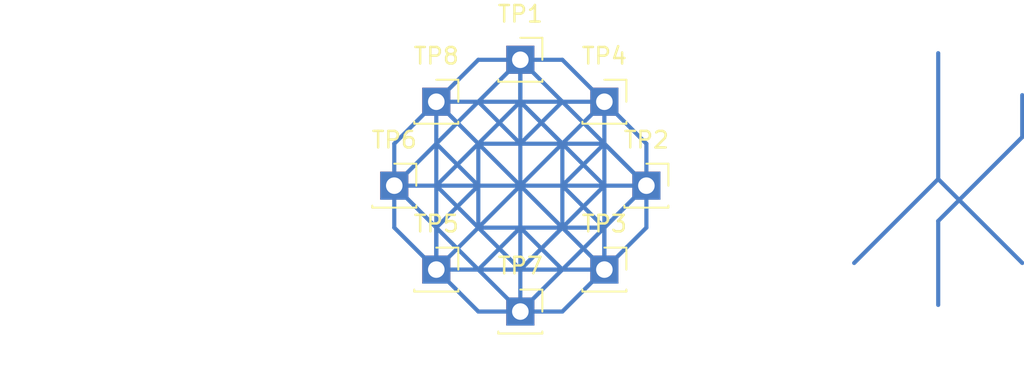
<source format=kicad_pcb>
(kicad_pcb (version 20211014) (generator pcbnew)
  (layers (0 "F.Cu" signal) (31 "B.Cu" signal) (34 "B.Paste" user) (35 "F.Paste" user) (36 "B.SilkS" user "B.Silkscreen") (37 "F.SilkS" user "F.Silkscreen") (38 "B.Mask" user) (39 "F.Mask" user) (44 "Edge.Cuts" user))
  (net 0 "")
  (net 1 "Net-(TP1-Pad1)")
  (footprint "Connector_PinSocket_2.54mm:PinSocket_1x01_P2.54mm_Vertical" (layer "F.Cu") (at 137.16 99.06)
    (fp_text reference "TP7" (at 0 -2.77) (layer "F.SilkS"))
    (fp_text value "TestPoint_Small")
    (fp_line (start 1.33 1.21) (end 1.33 1.33) (layer "F.SilkS") (width 0.12))
    (fp_line (start -1.33 1.21) (end -1.33 1.33) (layer "F.SilkS") (width 0.12))
    (fp_line (start -1.33 1.33) (end 1.33 1.33) (layer "F.SilkS") (width 0.12))
    (fp_line (start 0 -1.33) (end 1.33 -1.33) (layer "F.SilkS") (width 0.12))
    (fp_line (start 1.33 -1.33) (end 1.33 0) (layer "F.SilkS") (width 0.12))
    (pad "1" thru_hole rect (at 0 0) (size 1.7 1.7) (drill 1) (layers *.Cu *.Mask) (net 1 "Net-(TP1-Pad1)"))
  )
  (footprint "Connector_PinSocket_2.54mm:PinSocket_1x01_P2.54mm_Vertical" (layer "F.Cu") (at 132.08 96.52)
    (fp_text reference "TP5" (at 0 -2.77) (layer "F.SilkS"))
    (fp_text value "TestPoint_Small")
    (fp_line (start 0 -1.33) (end 1.33 -1.33) (layer "F.SilkS") (width 0.12))
    (fp_line (start -1.33 1.21) (end -1.33 1.33) (layer "F.SilkS") (width 0.12))
    (fp_line (start 1.33 1.21) (end 1.33 1.33) (layer "F.SilkS") (width 0.12))
    (fp_line (start -1.33 1.33) (end 1.33 1.33) (layer "F.SilkS") (width 0.12))
    (fp_line (start 1.33 -1.33) (end 1.33 0) (layer "F.SilkS") (width 0.12))
    (pad "1" thru_hole rect (at 0 0) (size 1.7 1.7) (drill 1) (layers *.Cu *.Mask) (net 1 "Net-(TP1-Pad1)"))
  )
  (footprint "Connector_PinSocket_2.54mm:PinSocket_1x01_P2.54mm_Vertical" (layer "F.Cu") (at 142.24 96.52)
    (fp_text reference "TP3" (at 0 -2.77) (layer "F.SilkS"))
    (fp_text value "TestPoint_Small")
    (fp_line (start 0 -1.33) (end 1.33 -1.33) (layer "F.SilkS") (width 0.12))
    (fp_line (start 1.33 -1.33) (end 1.33 0) (layer "F.SilkS") (width 0.12))
    (fp_line (start 1.33 1.21) (end 1.33 1.33) (layer "F.SilkS") (width 0.12))
    (fp_line (start -1.33 1.33) (end 1.33 1.33) (layer "F.SilkS") (width 0.12))
    (fp_line (start -1.33 1.21) (end -1.33 1.33) (layer "F.SilkS") (width 0.12))
    (pad "1" thru_hole rect (at 0 0) (size 1.7 1.7) (drill 1) (layers *.Cu *.Mask) (net 1 "Net-(TP1-Pad1)"))
  )
  (footprint "Connector_PinSocket_2.54mm:PinSocket_1x01_P2.54mm_Vertical" (layer "F.Cu") (at 142.24 86.36)
    (fp_text reference "TP4" (at 0 -2.77) (layer "F.SilkS"))
    (fp_text value "TestPoint_Small")
    (fp_line (start -1.33 1.21) (end -1.33 1.33) (layer "F.SilkS") (width 0.12))
    (fp_line (start 0 -1.33) (end 1.33 -1.33) (layer "F.SilkS") (width 0.12))
    (fp_line (start 1.33 -1.33) (end 1.33 0) (layer "F.SilkS") (width 0.12))
    (fp_line (start -1.33 1.33) (end 1.33 1.33) (layer "F.SilkS") (width 0.12))
    (fp_line (start 1.33 1.21) (end 1.33 1.33) (layer "F.SilkS") (width 0.12))
    (pad "1" thru_hole rect (at 0 0) (size 1.7 1.7) (drill 1) (layers *.Cu *.Mask) (net 1 "Net-(TP1-Pad1)"))
  )
  (footprint "Connector_PinSocket_2.54mm:PinSocket_1x01_P2.54mm_Vertical" (layer "F.Cu") (at 137.16 83.82)
    (fp_text reference "TP1" (at 0 -2.77) (layer "F.SilkS"))
    (fp_text value "TestPoint_Small")
    (fp_line (start 0 -1.33) (end 1.33 -1.33) (layer "F.SilkS") (width 0.12))
    (fp_line (start -1.33 1.33) (end 1.33 1.33) (layer "F.SilkS") (width 0.12))
    (fp_line (start -1.33 1.21) (end -1.33 1.33) (layer "F.SilkS") (width 0.12))
    (fp_line (start 1.33 -1.33) (end 1.33 0) (layer "F.SilkS") (width 0.12))
    (fp_line (start 1.33 1.21) (end 1.33 1.33) (layer "F.SilkS") (width 0.12))
    (pad "1" thru_hole rect (at 0 0) (size 1.7 1.7) (drill 1) (layers *.Cu *.Mask) (net 1 "Net-(TP1-Pad1)"))
  )
  (footprint "Connector_PinSocket_2.54mm:PinSocket_1x01_P2.54mm_Vertical" (layer "F.Cu") (at 132.08 86.36)
    (fp_text reference "TP8" (at 0 -2.77) (layer "F.SilkS"))
    (fp_text value "TestPoint_Small")
    (fp_line (start -1.33 1.33) (end 1.33 1.33) (layer "F.SilkS") (width 0.12))
    (fp_line (start -1.33 1.21) (end -1.33 1.33) (layer "F.SilkS") (width 0.12))
    (fp_line (start 0 -1.33) (end 1.33 -1.33) (layer "F.SilkS") (width 0.12))
    (fp_line (start 1.33 1.21) (end 1.33 1.33) (layer "F.SilkS") (width 0.12))
    (fp_line (start 1.33 -1.33) (end 1.33 0) (layer "F.SilkS") (width 0.12))
    (pad "1" thru_hole rect (at 0 0) (size 1.7 1.7) (drill 1) (layers *.Cu *.Mask) (net 1 "Net-(TP1-Pad1)"))
  )
  (footprint "Connector_PinSocket_2.54mm:PinSocket_1x01_P2.54mm_Vertical" (layer "F.Cu") (at 144.78 91.44)
    (fp_text reference "TP2" (at 0 -2.77) (layer "F.SilkS"))
    (fp_text value "TestPoint_Small")
    (fp_line (start -1.33 1.33) (end 1.33 1.33) (layer "F.SilkS") (width 0.12))
    (fp_line (start 0 -1.33) (end 1.33 -1.33) (layer "F.SilkS") (width 0.12))
    (fp_line (start 1.33 1.21) (end 1.33 1.33) (layer "F.SilkS") (width 0.12))
    (fp_line (start 1.33 -1.33) (end 1.33 0) (layer "F.SilkS") (width 0.12))
    (fp_line (start -1.33 1.21) (end -1.33 1.33) (layer "F.SilkS") (width 0.12))
    (pad "1" thru_hole rect (at 0 0) (size 1.7 1.7) (drill 1) (layers *.Cu *.Mask) (net 1 "Net-(TP1-Pad1)"))
  )
  (footprint "Connector_PinSocket_2.54mm:PinSocket_1x01_P2.54mm_Vertical" (layer "F.Cu") (at 129.54 91.44)
    (fp_text reference "TP6" (at 0 -2.77) (layer "F.SilkS"))
    (fp_text value "TestPoint_Small")
    (fp_line (start 0 -1.33) (end 1.33 -1.33) (layer "F.SilkS") (width 0.12))
    (fp_line (start -1.33 1.33) (end 1.33 1.33) (layer "F.SilkS") (width 0.12))
    (fp_line (start 1.33 1.21) (end 1.33 1.33) (layer "F.SilkS") (width 0.12))
    (fp_line (start -1.33 1.21) (end -1.33 1.33) (layer "F.SilkS") (width 0.12))
    (fp_line (start 1.33 -1.33) (end 1.33 0) (layer "F.SilkS") (width 0.12))
    (pad "1" thru_hole rect (at 0 0) (size 1.7 1.7) (drill 1) (layers *.Cu *.Mask) (net 1 "Net-(TP1-Pad1)"))
  )
  (segment (start 139.699999 93.98) (end 139.7 91.44) (width 0.25) (layer "B.Cu") (net 1))
  (segment (start 139.7 93.98) (end 137.16 93.98) (width 0.25) (layer "B.Cu") (net 1))
  (segment (start 144.78 91.44) (end 137.16 99.06) (width 0.25) (layer "B.Cu") (net 1))
  (segment (start 142.24 96.52) (end 139.7 99.06) (width 0.25) (layer "B.Cu") (net 1))
  (segment (start 134.62 83.82) (end 137.16 83.82) (width 0.25) (layer "B.Cu") (net 1))
  (segment (start 132.08 96.52) (end 129.54 93.98) (width 0.25) (layer "B.Cu") (net 1))
  (segment (start 142.24 86.36) (end 144.78 88.9) (width 0.25) (layer "B.Cu") (net 1))
  (segment (start 134.619999 88.899999) (end 137.159998 88.899999) (width 0.25) (layer "B.Cu") (net 1))
  (segment (start 144.78 88.9) (end 144.78 91.44) (width 0.25) (layer "B.Cu") (net 1))
  (segment (start 162.42 91.04) (end 157.34 96.12) (width 0.25) (layer "B.Cu") (net 1))
  (segment (start 132.08 86.36) (end 134.62 83.82) (width 0.25) (layer "B.Cu") (net 1))
  (segment (start 132.079999 91.439999) (end 134.619999 88.899999) (width 0.25) (layer "B.Cu") (net 1))
  (segment (start 139.7 93.98) (end 137.16 96.52) (width 0.25) (layer "B.Cu") (net 1))
  (segment (start 139.7 88.9) (end 137.16 86.36) (width 0.25) (layer "B.Cu") (net 1))
  (segment (start 144.78 91.44) (end 142.24 93.98) (width 0.25) (layer "B.Cu") (net 1))
  (segment (start 134.62 91.44) (end 132.08 93.98) (width 0.25) (layer "B.Cu") (net 1))
  (segment (start 137.16 83.82) (end 137.16 86.36) (width 0.25) (layer "B.Cu") (net 1))
  (segment (start 142.24 93.98) (end 142.24 96.52) (width 0.25) (layer "B.Cu") (net 1))
  (segment (start 129.54 91.44) (end 129.54 88.9) (width 0.25) (layer "B.Cu") (net 1))
  (segment (start 144.78 91.44) (end 142.24 88.900001) (width 0.25) (layer "B.Cu") (net 1))
  (segment (start 142.24 96.52) (end 132.08 96.52) (width 0.25) (layer "B.Cu") (net 1))
  (segment (start 137.16 96.52) (end 134.62 93.98) (width 0.25) (layer "B.Cu") (net 1))
  (segment (start 129.54 93.98) (end 129.54 91.44) (width 0.25) (layer "B.Cu") (net 1))
  (segment (start 137.16 99.06) (end 134.62 99.06) (width 0.25) (layer "B.Cu") (net 1))
  (segment (start 137.159998 88.899999) (end 139.7 86.36) (width 0.25) (layer "B.Cu") (net 1))
  (segment (start 139.7 99.06) (end 137.16 99.06) (width 0.25) (layer "B.Cu") (net 1))
  (segment (start 139.7 88.900001) (end 137.16 88.9) (width 0.25) (layer "B.Cu") (net 1))
  (segment (start 129.54 88.9) (end 132.08 86.36) (width 0.25) (layer "B.Cu") (net 1))
  (segment (start 132.08 86.36) (end 142.24 96.52) (width 0.25) (layer "B.Cu") (net 1))
  (segment (start 139.7 91.44) (end 142.24 88.9) (width 0.25) (layer "B.Cu") (net 1))
  (segment (start 134.62 99.06) (end 132.08 96.52) (width 0.25) (layer "B.Cu") (net 1))
  (segment (start 132.08 93.98) (end 132.08 96.52) (width 0.25) (layer "B.Cu") (net 1))
  (segment (start 134.62 88.9) (end 134.62 91.44) (width 0.25) (layer "B.Cu") (net 1))
  (segment (start 137.16 88.9) (end 134.62 86.36) (width 0.25) (layer "B.Cu") (net 1))
  (segment (start 167.5 85.96) (end 167.5 88.5) (width 0.25) (layer "B.Cu") (net 1))
  (segment (start 137.16 83.82) (end 139.7 83.82) (width 0.25) (layer "B.Cu") (net 1))
  (segment (start 137.16 86.36) (end 139.7 88.9) (width 0.25) (layer "B.Cu") (net 1))
  (segment (start 132.079999 91.439999) (end 134.619999 93.979999) (width 0.25) (layer "B.Cu") (net 1))
  (segment (start 142.24 91.44) (end 139.7 93.98) (width 0.25) (layer "B.Cu") (net 1))
  (segment (start 139.7 88.9) (end 139.7 91.44) (width 0.25) (layer "B.Cu") (net 1))
  (segment (start 144.78 91.44) (end 144.78 93.98) (width 0.25) (layer "B.Cu") (net 1))
  (segment (start 137.159997 93.979999) (end 139.7 96.519997) (width 0.25) (layer "B.Cu") (net 1))
  (segment (start 142.24 86.36) (end 142.24 96.52) (width 0.25) (layer "B.Cu") (net 1))
  (segment (start 139.7 83.82) (end 142.24 86.36) (width 0.25) (layer "B.Cu") (net 1))
  (segment (start 162.42 93.58) (end 162.42 98.66) (width 0.25) (layer "B.Cu") (net 1))
  (segment (start 142.24 91.44) (end 139.7 88.900001) (width 0.25) (layer "B.Cu") (net 1))
  (segment (start 134.619999 93.979999) (end 137.159997 93.979999) (width 0.25) (layer "B.Cu") (net 1))
  (segment (start 137.16 86.36) (end 134.62 88.9) (width 0.25) (layer "B.Cu") (net 1))
  (segment (start 144.78 93.98) (end 142.24 96.52) (width 0.25) (layer "B.Cu") (net 1))
  (segment (start 137.16 83.82) (end 137.16 99.06) (width 0.25) (layer "B.Cu") (net 1))
  (segment (start 162.42 91.04) (end 167.5 96.12) (width 0.25) (layer "B.Cu") (net 1))
  (segment (start 129.54 91.44) (end 137.16 83.82) (width 0.25) (layer "B.Cu") (net 1))
  (segment (start 134.62 91.44) (end 132.08 88.9) (width 0.25) (layer "B.Cu") (net 1))
  (segment (start 137.16 96.52) (end 139.699999 93.98) (width 0.25) (layer "B.Cu") (net 1))
  (segment (start 137.16 93.98) (end 134.62 96.52) (width 0.25) (layer "B.Cu") (net 1))
  (segment (start 142.24 93.98) (end 139.7 93.98) (width 0.25) (layer "B.Cu") (net 1))
  (segment (start 137.16 83.82) (end 144.78 91.44) (width 0.25) (layer "B.Cu") (net 1))
  (segment (start 142.24 86.36) (end 132.08 96.52) (width 0.25) (layer "B.Cu") (net 1))
  (segment (start 137.16 99.06) (end 129.54 91.44) (width 0.25) (layer "B.Cu") (net 1))
  (segment (start 142.24 88.900001) (end 139.7 88.9) (width 0.25) (layer "B.Cu") (net 1))
  (segment (start 162.42 83.42) (end 162.42 91.04) (width 0.25) (layer "B.Cu") (net 1))
  (segment (start 134.62 93.98) (end 134.62 91.44) (width 0.25) (layer "B.Cu") (net 1))
  (segment (start 132.08 86.36) (end 142.24 86.36) (width 0.25) (layer "B.Cu") (net 1))
  (segment (start 144.78 91.44) (end 129.54 91.44) (width 0.25) (layer "B.Cu") (net 1))
  (segment (start 132.08 86.36) (end 132.08 96.52) (width 0.25) (layer "B.Cu") (net 1))
  (segment (start 139.7 91.44) (end 142.24 93.98) (width 0.25) (layer "B.Cu") (net 1))
  (segment (start 167.5 88.5) (end 162.42 93.58) (width 0.25) (layer "B.Cu") (net 1))
)
</source>
